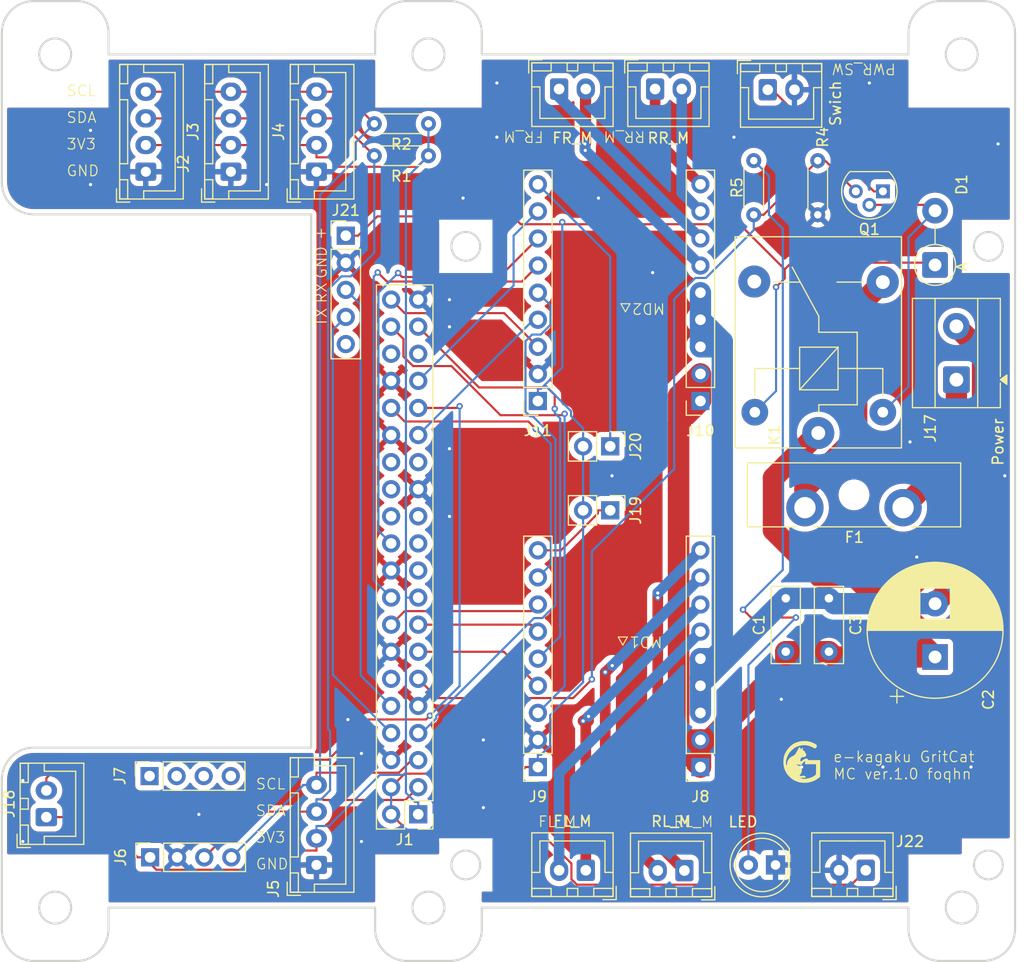
<source format=kicad_pcb>
(kicad_pcb (version 20241229) (generator "pcbnew") (generator_version "9.0")
  (layers (0 "F.Cu" signal) (2 "B.Cu" signal) (13 "F.Paste" user) (15 "B.Paste" user) (5 "F.SilkS" user "F.Silkscreen") (7 "B.SilkS" user "B.Silkscreen") (1 "F.Mask" user) (3 "B.Mask" user) (25 "Edge.Cuts" user))
  (net 0 "")
  (net 1 "GND")
  (net 5 "Net-(D1-A)")
  (net 6 "RL_1")
  (net 7 "+5V")
  (net 8 "RR_PWM")
  (net 10 "FR_PWM")
  (net 13 "RR_2")
  (net 15 "RL_PWM")
  (net 16 "UART1_TX")
  (net 19 "SD_Swich")
  (net 20 "FR_1")
  (net 21 "FR_2")
  (net 22 "FL_1")
  (net 23 "+3.3V")
  (net 25 "FL_PWM")
  (net 26 "UART1_RX")
  (net 27 "FL_2")
  (net 28 "RL_2")
  (net 29 "SDA")
  (net 30 "SCL")
  (net 31 "RR_1")
  (net 32 "GNDPWR")
  (net 33 "/TB6612基盤/VM")
  (net 34 "/TB6612基盤/BO_1")
  (net 35 "/TB6612基盤/AO_2")
  (net 36 "/TB6612基盤/AO_1")
  (net 37 "/TB6612基盤/BO_2")
  (net 38 "/TB6612基盤/STBY")
  (net 39 "/TB6612基盤1/BO_1")
  (net 40 "/TB6612基盤1/AO_1")
  (net 41 "/TB6612基盤1/BO_2")
  (net 42 "/TB6612基盤1/AO_2")
  (net 43 "/TB6612基盤1/STBY")
  (net 44 "Net-(J16-Pin_1)")
  (net 45 "+12V")
  (net 51 "Net-(F1-Pad2)")
  (net 52 "Net-(D2-A)")
  (net 53 "Ext_Sw")
  (footprint "Resistor_THT:R_Axial_DIN0204_L3.6mm_D1.6mm_P5.08mm_Horizontal" (layer "F.Cu") (at 75.5 47 180)
    (property "Reference" "R2")
    (property "Value" "10k")
  )
  (footprint "Connector_PinSocket_2.54mm:PinSocket_1x04_P2.54mm_Vertical" (layer "F.Cu") (at 49.398 115.7854 90)
    (property "Reference" "J6")
    (property "Value" "Conn_01x04_Pin" (hide yes))
  )
  (footprint "TerminalBlock_MetzConnect:TerminalBlock_MetzConnect_Type055_RT01502HDWU_1x02_P5.00mm_Horizontal" (layer "F.Cu") (at 125 71 90)
    (property "Reference" "J17")
    (property "Value" "Power")
  )
  (footprint "Connector_JST:JST_XH_B2B-XH-A_1x02_P2.50mm_Vertical" (layer "F.Cu") (at 107.315 43.815)
    (property "Reference" "J16" (hide yes))
    (property "Value" "Swich")
  )
  (footprint "Diode_THT:D_DO-15_P5.08mm_Vertical_AnodeUp" (layer "F.Cu") (at 123 60.24 90)
    (property "Reference" "D1")
    (property "Value" "D")
  )
  (footprint "Relay_THT:Relay_SPDT_SANYOU_SRD_Series_Form_C" (layer "F.Cu") (at 112.05 76 90)
    (property "Reference" "K1")
    (property "Value" "SANYOU_SRD_Form_C")
  )
  (footprint "Connector_PinHeader_2.54mm:PinHeader_1x02_P2.54mm_Vertical" (layer "F.Cu") (at 92.54 83.25 -90)
    (property "Reference" "J19")
    (property "Value" "Conn_01x02_Pin")
  )
  (footprint "Connector_PinHeader_2.54mm:PinHeader_2x20_P2.54mm_Vertical" (layer "F.Cu") (at 74.54 111.75 180)
    (property "Reference" "J1")
    (property "Value" "Raspberry_Pi_4")
  )
  (footprint "Connector_JST:JST_XH_B4B-XH-A_1x04_P2.50mm_Vertical" (layer "F.Cu") (at 56.975 51.5 90)
    (property "Reference" "J3")
    (property "Value" "Conn_01x04_Pin")
  )
  (footprint "Fuse:Fuseholder_Blade_ATO_Littelfuse_Pudenz_2_Pin" (layer "F.Cu") (at 120 83 180)
    (property "Reference" "F1")
    (property "Value" "Fuse")
  )
  (footprint "Connector_PinHeader_2.54mm:PinHeader_1x05_P2.54mm_Vertical" (layer "F.Cu") (at 67.75 57.5)
    (property "Reference" "J21")
    (property "Value" "Conn_01x05_Pin")
  )
  (footprint "LED_THT:LED_D5.0mm" (layer "F.Cu") (at 108.04 116.5 180)
    (property "Reference" "D2" (hide yes))
    (property "Value" "LED")
  )
  (footprint "Capacitor_THT:CP_Radial_D12.5mm_P5.00mm" (layer "F.Cu") (at 123 97 90)
    (property "Reference" "C2")
    (property "Value" "100uF")
  )
  (footprint "Capacitor_THT:C_Disc_D7.0mm_W2.5mm_P5.00mm" (layer "F.Cu") (at 109 96.5 90)
    (property "Reference" "C1")
    (property "Value" "C")
  )
  (footprint "Library:gcat" (layer "F.Cu") (at 110.49 107.315)
    (property "Reference" "G***" (hide yes))
    (property "Value" "LOGO" (hide yes))
  )
  (footprint "Connector_PinSocket_2.54mm:PinSocket_1x09_P2.54mm_Vertical" (layer "F.Cu") (at 85.76 73 180)
    (property "Reference" "J11")
    (property "Value" "Conn_01x09_Pin")
  )
  (footprint "Resistor_THT:R_Axial_DIN0204_L3.6mm_D1.6mm_P5.08mm_Horizontal" (layer "F.Cu") (at 75.5 50 180)
    (property "Reference" "R1")
    (property "Value" "10k")
  )
  (footprint "Connector_JST:JST_XH_B2B-XH-A_1x02_P2.50mm_Vertical" (layer "F.Cu") (at 99.5 117.025 180)
    (property "Reference" "J14" (hide yes))
    (property "Value" "RL_M")
  )
  (footprint "Connector_JST:JST_XH_B4B-XH-A_1x04_P2.50mm_Vertical" (layer "F.Cu") (at 49 51.5 90)
    (property "Reference" "J2")
    (property "Value" "Conn_01x04_Pin")
  )
  (footprint "Connector_JST:JST_XH_B2B-XH-A_1x02_P2.50mm_Vertical" (layer "F.Cu") (at 87.75 43.75)
    (property "Reference" "J13" (hide yes))
    (property "Value" "FR_M")
  )
  (footprint "Connector_JST:JST_XH_B2B-XH-A_1x02_P2.50mm_Vertical" (layer "F.Cu") (at 39.6748 112.014 90)
    (property "Reference" "J18")
    (property "Value" "Conn_01x02_Pin")
  )
  (footprint "Connector_JST:JST_XH_B2B-XH-A_1x02_P2.50mm_Vertical" (layer "F.Cu") (at 116.5 117 180)
    (property "Reference" "J22")
    (property "Value" "Conn_01x02_Pin")
  )
  (footprint "Connector_JST:JST_XH_B2B-XH-A_1x02_P2.50mm_Vertical" (layer "F.Cu") (at 96.75 43.75)
    (property "Reference" "J15" (hide yes))
    (property "Value" "RR_M")
  )
  (footprint "Connector_JST:JST_XH_B4B-XH-A_1x04_P2.50mm_Vertical" (layer "F.Cu") (at 65 116.5 90)
    (property "Reference" "J5")
    (property "Value" "Conn_01x04_Pin")
  )
  (footprint "Connector_PinSocket_2.54mm:PinSocket_1x04_P2.54mm_Vertical" (layer "F.Cu") (at 49.3472 108.1654 90)
    (property "Reference" "J7")
    (property "Value" "Conn_01x04_Pin")
  )
  (footprint "Package_TO_SOT_THT:TO-92" (layer "F.Cu") (at 118.11 53.34 180)
    (property "Reference" "Q1")
    (property "Value" "NPN")
  )
  (footprint "Resistor_THT:R_Axial_DIN0204_L3.6mm_D1.6mm_P5.08mm_Horizontal" (layer "F.Cu") (at 106 55.54 90)
    (property "Reference" "R5")
    (property "Value" "200")
  )
  (footprint "Connector_JST:JST_XH_B2B-XH-A_1x02_P2.50mm_Vertical" (layer "F.Cu") (at 90.25 117 180)
    (property "Reference" "J12" (hide yes))
    (property "Value" "FL_M")
  )
  (footprint "Capacitor_THT:C_Disc_D7.0mm_W2.5mm_P5.00mm" (layer "F.Cu") (at 113.05 96.5 90)
    (property "Reference" "C3")
    (property "Value" "C")
  )
  (footprint "Connector_PinSocket_2.54mm:PinSocket_1x09_P2.54mm_Vertical" (layer "F.Cu") (at 101 107.32 180)
    (property "Reference" "J8")
    (property "Value" "Conn_01x09_Pin")
  )
  (footprint "Connector_PinSocket_2.54mm:PinSocket_1x09_P2.54mm_Vertical" (layer "F.Cu") (at 101 73 180)
    (property "Reference" "J10")
    (property "Value" "Conn_01x09_Pin")
  )
  (footprint "Connector_JST:JST_XH_B4B-XH-A_1x04_P2.50mm_Vertical" (layer "F.Cu") (at 65 51.5 90)
    (property "Reference" "J4")
    (property "Value" "Conn_01x04_Pin")
  )
  (footprint "Connector_PinSocket_2.54mm:PinSocket_1x09_P2.54mm_Vertical" (layer "F.Cu") (at 85.76 107.32 180)
    (property "Reference" "J9")
    (property "Value" "Conn_01x09_Pin")
  )
  (footprint "Connector_PinHeader_2.54mm:PinHeader_1x02_P2.54mm_Vertical" (layer "F.Cu") (at 92.54 77.25 -90)
    (property "Reference" "J20")
    (property "Value" "Conn_01x02_Pin")
  )
  (footprint "Resistor_THT:R_Axial_DIN0204_L3.6mm_D1.6mm_P5.08mm_Horizontal" (layer "F.Cu") (at 112 55.54 90)
    (property "Reference" "R4")
    (property "Value" "470")
  )
  (gr_circle (center 40.5 120.499999) (end 39 120.499999) (stroke (width 0.2)) (fill no) (layer "Edge.Cuts"))
  (gr_line (start 42.499999 35.499999) (end 38.500001 35.499999) (stroke (width 0.2)) (layer "Edge.Cuts"))
  (gr_line (start 38.500001 55.499999) (end 64.5 55.499999) (stroke (width 0.2)) (layer "Edge.Cuts"))
  (gr_line (start 80.5 40.499999) (end 80.5 38.5) (stroke (width 0.2)) (layer "Edge.Cuts"))
  (gr_line (start 45.5 122.499998) (end 45.5 120.499999) (stroke (width 0.2)) (layer "Edge.Cuts"))
  (gr_circle (center 125.500001 120.499999) (end 124.000001 120.499999) (stroke (width 0.2)) (fill no) (layer "Edge.Cuts"))
  (gr_arc (start 80.5 122.499998) (mid 79.62132 124.621319) (end 77.499998 125.499999) (stroke (width 0.2)) (layer "Edge.Cuts"))
  (gr_arc (start 120.5 38.5) (mid 121.37868 36.378679) (end 123.500001 35.499999) (stroke (width 0.2)) (layer "Edge.Cuts"))
  (gr_circle (center 79 116.499999) (end 77.65 116.499999) (stroke (width 0.2)) (fill no) (layer "Edge.Cuts"))
  (gr_line (start 70.5 40.499999) (end 45.5 40.499999) (stroke (width 0.2)) (layer "Edge.Cuts"))
  (gr_arc (start 35.5 38.5) (mid 36.37868 36.378679) (end 38.500001 35.499999) (stroke (width 0.2)) (layer "Edge.Cuts"))
  (gr_line (start 77.499999 35.499999) (end 73.500001 35.499999) (stroke (width 0.2)) (layer "Edge.Cuts"))
  (gr_line (start 80.5 122.499998) (end 80.5 120.499999) (stroke (width 0.2)) (layer "Edge.Cuts"))
  (gr_circle (center 125.5 40.499999) (end 124 40.499999) (stroke (width 0.2)) (fill no) (layer "Edge.Cuts"))
  (gr_line (start 123.500001 125.499999) (end 127.499999 125.499999) (stroke (width 0.2)) (layer "Edge.Cuts"))
  (gr_arc (start 42.499999 35.499999) (mid 44.62132 36.378679) (end 45.5 38.5) (stroke (width 0.2)) (layer "Edge.Cuts"))
  (gr_arc (start 35.5 108.5) (mid 36.37868 106.378679) (end 38.500001 105.499999) (stroke (width 0.2)) (layer "Edge.Cuts"))
  (gr_circle (center 79 58.499999) (end 77.65 58.499999) (stroke (width 0.2)) (fill no) (layer "Edge.Cuts"))
  (gr_line (start 120.5 38.5) (end 120.5 40.499999) (stroke (width 0.2)) (layer "Edge.Cuts"))
  (gr_arc (start 38.500001 125.499999) (mid 36.37868 124.621319) (end 35.5 122.499998) (stroke (width 0.2)) (layer "Edge.Cuts"))
  (gr_line (start 64.5 105.499999) (end 38.500001 105.499999) (stroke (width 0.2)) (layer "Edge.Cuts"))
  (gr_circle (center 128 116.499999) (end 126.65 116.499999) (stroke (width 0.2)) (fill no) (layer "Edge.Cuts"))
  (gr_circle (center 75.5 40.499999) (end 74 40.499999) (stroke (width 0.2)) (fill no) (layer "Edge.Cuts"))
  (gr_line (start 130.5 122.499998) (end 130.5 38.5) (stroke (width 0.2)) (layer "Edge.Cuts"))
  (gr_line (start 73.500001 125.499999) (end 77.499998 125.499999) (stroke (width 0.2)) (layer "Edge.Cuts"))
  (gr_arc (start 70.5 38.5) (mid 71.37868 36.378679) (end 73.500001 35.499999) (stroke (width 0.2)) (layer "Edge.Cuts"))
  (gr_line (start 45.5 120.499999) (end 70.5 120.499999) (stroke (width 0.2)) (layer "Edge.Cuts"))
  (gr_line (start 120.5 120.499999) (end 120.5 122.499998) (stroke (width 0.2)) (layer "Edge.Cuts"))
  (gr_arc (start 77.499999 35.499999) (mid 79.62132 36.378679) (end 80.5 38.5) (stroke (width 0.2)) (layer "Edge.Cuts"))
  (gr_line (start 70.5 38.5) (end 70.5 40.499999) (stroke (width 0.2)) (layer "Edge.Cuts"))
  (gr_line (start 127.499999 35.499999) (end 123.500001 35.499999) (stroke (width 0.2)) (layer "Edge.Cuts"))
  (gr_line (start 35.5 108.5) (end 35.5 122.499998) (stroke (width 0.2)) (layer "Edge.Cuts"))
  (gr_line (start 35.5 38.5) (end 35.5 52.499998) (stroke (width 0.2)) (layer "Edge.Cuts"))
  (gr_arc (start 123.500001 125.499999) (mid 121.37868 124.621319) (end 120.5 122.499998) (stroke (width 0.2)) (layer "Edge.Cuts"))
  (gr_line (start 80.5 120.499999) (end 120.5 120.499999) (stroke (width 0.2)) (layer "Edge.Cuts"))
  (gr_arc (start 73.500001 125.499999) (mid 71.37868 124.621319) (end 70.5 122.499998) (stroke (width 0.2)) (layer "Edge.Cuts"))
  (gr_line (start 64.5 55.499999) (end 64.5 105.499999) (stroke (width 0.2)) (layer "Edge.Cuts"))
  (gr_arc (start 45.5 122.499998) (mid 44.62132 124.621319) (end 42.499998 125.499999) (stroke (width 0.2)) (layer "Edge.Cuts"))
  (gr_arc (start 38.500001 55.499999) (mid 36.37868 54.621319) (end 35.5 52.499998) (stroke (width 0.2)) (layer "Edge.Cuts"))
  (gr_arc (start 127.499999 35.499999) (mid 129.62132 36.378679) (end 130.5 38.5) (stroke (width 0.2)) (layer "Edge.Cuts"))
  (gr_line (start 70.5 120.499999) (end 70.5 122.499998) (stroke (width 0.2)) (layer "Edge.Cuts"))
  (gr_line (start 45.5 40.499999) (end 45.5 38.5) (stroke (width 0.2)) (layer "Edge.Cuts"))
  (gr_line (start 38.500001 125.499999) (end 42.499998 125.499999) (stroke (width 0.2)) (layer "Edge.Cuts"))
  (gr_circle (center 75.5 120.499999) (end 74 120.499999) (stroke (width 0.2)) (fill no) (layer "Edge.Cuts"))
  (gr_circle (center 40.5 40.499998) (end 39 40.499998) (stroke (width 0.2)) (fill no) (layer "Edge.Cuts"))
  (gr_arc (start 130.5 122.499998) (mid 129.62132 124.621319) (end 127.499999 125.499999) (stroke (width 0.2)) (layer "Edge.Cuts"))
  (gr_line (start 120.5 40.499999) (end 80.5 40.499999) (stroke (width 0.2)) (layer "Edge.Cuts"))
  (gr_circle (center 128 58.499999) (end 126.65 58.499999) (stroke (width 0.2)) (fill no) (layer "Edge.Cuts"))
  (gr_text "FL_M" (at 85.725 113.03 0) (layer "F.SilkS") (effects (font (size 1 1) (thickness 0.1)) (justify left bottom)))
  (gr_text "MD2△" (at 97.75 63.75 180) (layer "F.SilkS") (effects (font (size 1 1) (thickness 0.1)) (justify left bottom)))
  (gr_text "RR_M" (at 95.885 47.625 180) (layer "F.SilkS") (effects (font (size 1 1) (thickness 0.1)) (justify left bottom)))
  (gr_text "GND" (at 59.25 117 0) (layer "F.SilkS") (effects (font (size 1 1) (thickness 0.1)) (justify left bottom)))
  (gr_text "3V3" (at 41.5 49.5 0) (layer "F.SilkS") (effects (font (size 1 1) (thickness 0.1)) (justify left bottom)))
  (gr_text "SCL" (at 59.25 109.5 0) (layer "F.SilkS") (effects (font (size 1 1) (thickness 0.1)) (justify left bottom)))
  (gr_text "SCL" (at 41.5 44.5 0) (layer "F.SilkS") (effects (font (size 1 1) (thickness 0.1)) (justify left bottom)))
  (gr_text "SDA" (at 59.25 112 0) (layer "F.SilkS") (effects (font (size 1 1) (thickness 0.1)) (justify left bottom)))
  (gr_text "+" (at 64.77 57.785 0) (layer "F.SilkS") (effects (font (size 1 1) (thickness 0.1)) (justify left bottom)))
  (gr_text "GND" (at 41.5 52 0) (layer "F.SilkS") (effects (font (size 1 1) (thickness 0.1)) (justify left bottom)))
  (gr_text "GND" (at 66.04 61.595 90) (layer "F.SilkS") (effects (font (size 1 1) (thickness 0.1)) (justify left bottom)))
  (gr_text "FR_M" (at 86.36 47.625 180) (layer "F.SilkS") (effects (font (size 1 1) (thickness 0.1)) (justify left bottom)))
  (gr_text "RX" (at 66.04 63.905 90) (layer "F.SilkS") (effects (font (size 1 1) (thickness 0.1)) (justify left bottom)))
  (gr_text "MD1△" (at 97.5 95 180) (layer "F.SilkS") (effects (font (size 1 1) (thickness 0.1)) (justify left bottom)))
  (gr_text "RL_M" (at 98.425 113.03 0) (layer "F.SilkS") (effects (font (size 1 1) (thickness 0.1)) (justify left bottom)))
  (gr_text "3V3" (at 59.25 114.5 0) (layer "F.SilkS") (effects (font (size 1 1) (thickness 0.1)) (justify left bottom)))
  (gr_text "PWR_SW" (at 119.38 41.275 180) (layer "F.SilkS") (effects (font (size 1 1) (thickness 0.1)) (justify left bottom)))
  (gr_text "SDA" (at 41.5 47 0) (layer "F.SilkS") (effects (font (size 1 1) (thickness 0.1)) (justify left bottom)))
  (gr_text "TX" (at 66.04 66.04 90) (layer "F.SilkS") (effects (font (size 1 1) (thickness 0.1)) (justify left bottom)))
  (gr_text_box "e-kagaku GritCat\nMC ver.1.0 foqhn" (start 112.395 104.775) (end 128.27 108.585) (margins 1.0025 1.0025 1.0025 1.0025) (layer "F.SilkS") (effects (font (size 1 1) (thickness 0.1)) (justify left top)) (border no))
  (via (at 81.915 48.26) (size 0.5) (drill 0.3) (layers "F.Cu" "B.Cu") (net 1))
  (via (at 126.365 107.315) (size 0.5) (drill 0.3) (layers "F.Cu" "B.Cu") (net 1))
  (via (at 77.47 66.04) (size 0.5) (drill 0.3) (layers "F.Cu" "B.Cu") (net 1))
  (via (at 78.74 53.975) (size 0.5) (drill 0.3) (layers "F.Cu" "B.Cu") (net 1))
  (via (at 81.915 43.18) (size 0.5) (drill 0.3) (layers "F.Cu" "B.Cu") (net 1))
  (via (at 118.11 107.315) (size 0.5) (drill 0.3) (layers "F.Cu" "B.Cu") (net 1))
  (via (at 43.815 52.705) (size 0.5) (drill 0.3) (layers "F.Cu" "B.Cu") (net 1))
  (via (at 77.47 83.82) (size 0.5) (drill 0.3) (layers "F.Cu" "B.Cu") (net 1))
  (via (at 77.47 77.47) (size 0.5) (drill 0.3) (layers "F.Cu" "B.Cu") (net 1))
  (via (at 121.285 87.63) (size 0.5) (drill 0.3) (layers "F.Cu" "B.Cu") (net 1))
  (via (at 108.585 100.965) (size 0.5) (drill 0.3) (layers "F.Cu" "B.Cu") (net 1))
  (via (at 116.84 43.18) (size 0.5) (drill 0.3) (layers "F.Cu" "B.Cu") (net 1))
  (via (at 80.645 104.775) (size 0.5) (drill 0.3) (layers "F.Cu" "B.Cu") (net 1))
  (via (at 60.325 52.705) (size 0.5) (drill 0.3) (layers "F.Cu" "B.Cu") (net 1))
  (via (at 91.44 53.975) (size 0.5) (drill 0.3) (layers "F.Cu" "B.Cu") (net 1))
  (via (at 69.215 114.3) (size 0.5) (drill 0.3) (layers "F.Cu" "B.Cu") (net 1))
  (via (at 110.49 107.315) (size 0.5) (drill 0.3) (layers "F.Cu" "B.Cu") (net 1))
  (via (at 53.975 111.76) (size 0.5) (drill 0.3) (layers "F.Cu" "B.Cu") (net 1))
  (via (at 128.905 48.895) (size 0.5) (drill 0.3) (layers "F.Cu" "B.Cu") (net 1))
  (via (at 129.54 80.01) (size 0.5) (drill 0.3) (layers "F.Cu" "B.Cu") (net 1))
  (via (at 77.47 63.5) (size 0.5) (drill 0.3) (layers "F.Cu" "B.Cu") (net 1))
  (via (at 69.215 106.045) (size 0.5) (drill 0.3) (layers "F.Cu" "B.Cu") (net 1))
  (via (at 67.945 102.87) (size 0.5) (drill 0.3) (layers "F.Cu" "B.Cu") (net 1))
  (via (at 92.71 80.01) (size 0.5) (drill 0.3) (layers "F.Cu" "B.Cu") (net 1))
  (via (at 80.645 111.125) (size 0.5) (drill 0.3) (layers "F.Cu" "B.Cu") (net 1))
  (via (at 43.815 47.625) (size 0.5) (drill 0.3) (layers "F.Cu" "B.Cu") (net 1))
  (via (at 104.14 48.26) (size 0.5) (drill 0.3) (layers "F.Cu" "B.Cu") (net 1))
  (via (at 37.465 114.3) (size 0.5) (drill 0.3) (layers "F.Cu" "B.Cu") (net 1))
  (via (at 96.52 60.96) (size 0.5) (drill 0.3) (layers "F.Cu" "B.Cu") (net 1))
  (via (at 120.65 76.835) (size 0.5) (drill 0.3) (layers "F.Cu" "B.Cu") (net 1))
  (via (at 37.465 108.585) (size 0.5) (drill 0.3) (layers "F.Cu" "B.Cu") (net 1))
  (segment (start 116.84 54.61) (end 122.45 54.61) (width 0.2) (layer "F.Cu") (net 5))
  (segment (start 122.45 54.61) (end 123 55.16) (width 0.2) (layer "F.Cu") (net 5))
  (segment (start 120.5107 71.6393) (end 120.5107 57.6493) (width 0.2) (layer "B.Cu") (net 5))
  (segment (start 118.1 74.05) (end 120.5107 71.6393) (width 0.2) (layer "B.Cu") (net 5))
  (segment (start 120.5107 57.6493) (end 123 55.16) (width 0.2) (layer "B.Cu") (net 5))
  (segment (start 74.54 66.03) (end 80.2401 71.7301) (width 0.2) (layer "F.Cu") (net 6))
  (segment (start 86.6438 71.7301) (end 87.3378 72.4241) (width 0.2) (layer "F.Cu") (net 6))
  (segment (start 80.2401 71.7301) (end 86.6438 71.7301) (width 0.2) (layer "F.Cu") (net 6))
  (segment (start 87.3378 72.4241) (end 87.3378 73.7278) (width 0.2) (layer "F.Cu") (net 6))
  (via (at 87.3378 73.7278) (size 0.6) (drill 0.3) (layers "F.Cu" "B.Cu") (net 6))
  (segment (start 87.3378 73.7278) (end 87.3378 74.1204) (width 0.2) (layer "B.Cu") (net 6))
  (segment (start 87.8459 74.6285) (end 87.8459 95.0741) (width 0.2) (layer "B.Cu") (net 6))
  (segment (start 87.8459 95.0741) (end 85.76 97.16) (width 0.2) (layer "B.Cu") (net 6))
  (segment (start 87.3378 74.1204) (end 87.8459 74.6285) (width 0.2) (layer "B.Cu") (net 6))
  (segment (start 73.27 107.94) (end 83.9883 107.94) (width 0.2) (layer "F.Cu") (net 7))
  (segment (start 123 60.24) (end 122.7871 60.0271) (width 0.2) (layer "F.Cu") (net 7))
  (segment (start 83.4129 55.6865) (end 84.1504 56.424) (width 0.2) (layer "F.Cu") (net 7))
  (segment (start 108.9056 61.5039) (end 108.0915 62.318) (width 0.2) (layer "F.Cu") (net 7))
  (segment (start 88.0481 56.424) (end 88.0481 56.226) (width 0.2) (layer "F.Cu") (net 7))
  (segment (start 83.9883 107.94) (end 84.6083 107.32) (width 0.2) (layer "F.Cu") (net 7))
  (segment (start 115.1503 118.3497) (end 89.4156 118.3497) (width 0.2) (layer "F.Cu") (net 7))
  (segment (start 72 109.21) (end 73.27 107.94) (width 0.2) (layer "F.Cu") (net 7))
  (segment (start 68.9017 57.5) (end 70.7152 55.6865) (width 0.2) (layer "F.Cu") (net 7))
  (segment (start 108.9056 60.6539) (end 108.9056 61.5039) (width 0.2) (layer "F.Cu") (net 7))
  (segment (start 73.9483 113.6983) (end 72 111.75) (width 0.2) (layer "F.Cu") (net 7))
  (segment (start 70.7152 55.6865) (end 83.4129 55.6865) (width 0.2) (layer "F.Cu") (net 7))
  (segment (start 116.5 117) (end 115.1503 118.3497) (width 0.2) (layer "F.Cu") (net 7))
  (segment (start 104.6757 56.424) (end 88.0481 56.424) (width 0.2) (layer "F.Cu") (net 7))
  (segment (start 67.75 57.5) (end 68.9017 57.5) (width 0.2) (layer "F.Cu") (net 7))
  (segment (start 86.2351 113.6983) (end 73.9483 113.6983) (width 0.2) (layer "F.Cu") (net 7))
  (segment (start 122.7871 60.0271) (end 109.5324 60.0271) (width 0.2) (layer "F.Cu") (net 7))
  (segment (start 108.9056 60.6539) (end 104.6757 56.424) (width 0.2) (layer "F.Cu") (net 7))
  (segment (start 88.9043 116.3675) (end 86.2351 113.6983) (width 0.2) (layer "F.Cu") (net 7))
  (segment (start 84.1504 56.424) (end 88.0481 56.424) (width 0.2) (layer "F.Cu") (net 7))
  (segment (start 85.76 107.32) (end 84.6083 107.32) (width 0.2) (layer "F.Cu") (net 7))
  (segment (start 88.9043 117.8384) (end 88.9043 116.3675) (width 0.2) (layer "F.Cu") (net 7))
  (segment (start 89.4156 118.3497) (end 88.9043 117.8384) (width 0.2) (layer "F.Cu") (net 7))
  (segment (start 109.5324 60.0271) (end 108.9056 60.6539) (width 0.2) (layer "F.Cu") (net 7))
  (via (at 88.0481 56.226) (size 0.6) (drill 0.3) (layers "F.Cu" "B.Cu") (net 7))
  (via (at 108.0915 62.318) (size 0.6) (drill 0.3) (layers "F.Cu" "B.Cu") (net 7))
  (segment (start 88.0481 69.8481) (end 86.4077 71.4885) (width 0.2) (layer "B.Cu") (net 7))
  (segment (start 85.76 73) (end 85.76 71.8483) (width 0.2) (layer "B.Cu") (net 7))
  (segment (start 86.0479 71.8483) (end 85.76 71.8483) (width 0.2) (layer "B.Cu") (net 7))
  (segment (start 88.8676 73.9485) (end 86.4077 71.4885) (width 0.2) (layer "B.Cu") (net 7))
  (segment (start 85.76 106.1683) (end 86.048 106.1683) (width 0.2) (layer "B.Cu") (net 7))
  (segment (start 72 109.21) (end 72 111.75) (width 0.2) (layer "B.Cu") (net 7))
  (segment (start 86.9117 102.4567) (end 90 99.3684) (width 0.2) (layer "B.Cu") (net 7))
  (segment (start 88.8676 74.4083) (end 88.8676 73.9485) (width 0.2) (layer "B.Cu") (net 7))
  (segment (start 86.9117 105.3046) (end 86.9117 102.4567) (width 0.2) (layer "B.Cu") (net 7))
  (segment (start 108.0915 62.318) (end 108.0915 72.0585) (width 0.2) (layer "B.Cu") (net 7))
  (segment (start 108.0915 72.0585) (end 106.1 74.05) (width 0.2) (layer "B.Cu") (net 7))
  (segment (start 88.0481 56.226) (end 88.0481 69.8481) (width 0.2) (layer "B.Cu") (net 7))
  (segment (start 86.048 106.1683) (end 86.9117 105.3046) (width 0.2) (layer "B.Cu") (net 7))
  (segment (start 90 75.5407) (end 88.8676 74.4083) (width 0.2) (layer "B.Cu") (net 7))
  (segment (start 90 77.25) (end 90 75.5407) (width 0.2) (layer "B.Cu") (net 7))
  (segment (start 90 77.25) (end 90 83.25) (width 0.2) (layer "B.Cu") (net 7))
  (segment (start 85.76 107.32) (end 85.76 106.1683) (width 0.2) (layer "B.Cu") (net 7))
  (segment (start 90 99.3684) (end 90 83.25) (width 0.2) (layer "B.Cu") (net 7))
  (segment (start 86.4077 71.4885) (end 86.0479 71.8483) (width 0.2) (layer "B.Cu") (net 7))
  (segment (start 82.6 64.76) (end 85.76 67.92) (width 0.2) (layer "F.Cu") (net 8))
  (segment (start 72 63.49) (end 73.27 64.76) (width 0.2) (layer "F.Cu") (net 8))
  (segment (start 73.27 64.76) (end 82.6 64.76) (width 0.2) (layer "F.Cu") (net 8))
  (segment (start 83.4818 57.4982) (end 83.4818 62.1682) (width 0.2) (layer "B.Cu") (net 10))
  (segment (start 85.76 55.22) (end 83.4818 57.4982) (width 0.2) (layer "B.Cu") (net 10))
  (segment (start 83.4818 62.1682) (end 74.54 71.11) (width 0.2) (layer "B.Cu") (net 10))
  (segment (start 85.35 65.38) (end 74.54 76.19) (width 0.2) (layer "B.Cu") (net 13))
  (segment (start 85.76 65.38) (end 85.35 65.38) (width 0.2) (layer "B.Cu") (net 13))
  (segment (start 88.134 74.3296) (end 88.2659 74.1977) (width 0.2) (layer "F.Cu") (net 15))
  (segment (start 82.2512 74.3296) (end 88.134 74.3296) (width 0.2) (layer "F.Cu") (net 15))
  (segment (start 73.1517 67.1817) (end 73.1517 68.8199) (width 0.2) (layer "F.Cu") (net 15))
  (segment (start 72 66.03) (end 73.1517 67.1817) (width 0.2) (layer "F.Cu") (net 15))
  (segment (start 77.6433 69.7217) (end 82.2512 74.3296) (width 0.2) (layer "F.Cu") (net 15))
  (segment (start 73.1517 68.8199) (end 74.0535 69.7217) (width 0.2) (layer "F.Cu") (net 15))
  (segment (start 74.0535 69.7217) (end 77.6433 69.7217) (width 0.2) (layer "F.Cu") (net 15))
  (via (at 88.2659 74.1977) (size 0.6) (drill 0.3) (layers "F.Cu" "B.Cu") (net 15))
  (segment (start 88.2659 99.7341) (end 85.76 102.24) (width 0.2) (layer "B.Cu") (net 15))
  (segment (start 88.2659 74.1977) (end 88.2659 99.7341) (width 0.2) (layer "B.Cu") (net 15))
  (segment (start 66.5339 66.3361) (end 67.75 65.12) (width 0.2) (layer "B.Cu") (net 16))
  (segment (start 72 104.13) (end 66.5339 98.6639) (width 0.2) (layer "B.Cu") (net 16))
  (segment (start 66.5339 98.6639) (end 66.5339 66.3361) (width 0.2) (layer "B.Cu") (net 16))
  (segment (start 106.92 55.54) (end 106 55.54) (width 0.2) (layer "F.Cu") (net 19))
  (segment (start 74.54 99.05) (end 76.3429 100.8529) (width 0.2) (layer "F.Cu") (net 19))
  (segment (start 112.69 50.46) (end 112 50.46) (width 0.2) (layer "F.Cu") (net 19))
  (segment (start 112 50.46) (end 112 51.114918) (width 0.2) (layer "F.Cu") (net 19))
  (segment (start 89.0662 100.8529) (end 90.8227 99.0964) (width 0.2) (layer "F.Cu") (net 19))
  (segment (start 76.3429 100.8529) (end 89.0662 100.8529) (width 0.2) (layer "F.Cu") (net 19))
  (segment (start 112 50.46) (end 106.92 55.54) (width 0.2) (layer "F.Cu") (net 19))
  (segment (start 115.57 53.34) (end 112.69 50.46) (width 0.2) (layer "F.Cu") (net 19))
  (via (at 90.8227 99.0964) (size 0.6) (drill 0.3) (layers "F.Cu" "B.Cu") (net 19))
  (segment (start 98.538 79.3787) (end 98.538 63.4426) (width 0.2) (layer "B.Cu") (net 19))
  (segment (start 90.8227 99.0964) (end 90.8227 87.094) (width 0.2) (layer "B.Cu") (net 19))
  (segment (start 101.5096 61.464) (end 106 56.9736) (width 0.2) (layer "B.Cu") (net 19))
  (segment (start 90.8227 87.094) (end 98.538 79.3787) (width 0.2) (layer "B.Cu") (net 19))
  (segment (start 100.5166 61.464) (end 101.5096 61.464) (width 0.2) (layer "B.Cu") (net 19))
  (segment (start 98.538 63.4426) (end 100.5166 61.464) (width 0.2) (layer "B.Cu") (net 19))
  (segment (start 106 56.9736) (end 106 55.54) (width 0.2) (layer "B.Cu") (net 19))
  (segment (start 85.76 60.3) (end 84.2633 61.7967) (width 0.2) (layer "F.Cu") (net 20))
  (segment (start 84.2633 61.7967) (end 71.597 61.7967) (width 0.2) (layer "F.Cu") (net 20))
  (segment (start 71.597 61.7967) (end 70.7445 60.9442) (width 0.2) (layer "F.Cu") (net 20))
  (via (at 70.7445 60.9442) (size 0.6) (drill 0.3) (layers "F.Cu" "B.Cu") (net 20))
  (segment (start 70.3682 89.7982) (end 72 91.43) (width 0.2) (layer "B.Cu") (net 20))
  (segment (start 70.3682 61.3205) (end 70.3682 89.7982) (width 0.2) (layer "B.Cu") (net 20))
  (segment (start 70.7445 60.9442) (end 70.3682 61.3205) (width 0.2) (layer "B.Cu") (net 20))
  (segment (start 82.1484 61.3716) (end 85.76 57.76) (width 0.2) (layer "F.Cu") (net 21))
  (segment (start 73.0284 61.3716) (end 82.1484 61.3716) (width 0.2) (layer "F.Cu") (net 21))
  (segment (start 72.6524 60.9956) (end 73.0284 61.3716) (width 0.2) (layer "F.Cu") (net 21))
  (via (at 72.6524 60.9956) (size 0.6) (drill 0.3) (layers "F.Cu" "B.Cu") (net 21))
  (segment (start 72 86.35) (end 70.8067 85.1567) (width 0.2) (layer "B.Cu") (net 21))
  (segment (start 70.8067 62.8413) (end 72.6524 60.9956) (width 0.2) (layer "B.Cu") (net 21))
  (segment (start 70.8067 85.1567) (end 70.8067 62.8413) (width 0.2) (layer "B.Cu") (net 21))
  (segment (start 74.54 93.97) (end 85.11 93.97) (width 0.2) (layer "F.Cu") (net 22))
  (segment (start 85.11 93.97) (end 85.76 94.62) (width 0.2) (layer "F.Cu") (net 22))
  (segment (start 65 114) (end 65 115.1517) (width 0.2) (layer "F.Cu") (net 23))
  (segment (start 44.4749 112.014) (end 48.2463 115.7854) (width 0.2) (layer "F.Cu") (net 23))
  (segment (start 56.975 49) (end 65 49) (width 0.2) (layer "F.Cu") (net 23))
  (segment (start 65 49) (end 65 50.1517) (width 0.2) (layer "F.Cu") (net 23))
  (segment (start 39.6748 112.014) (end 44.4749 112.014) (width 0.2) (layer "F.Cu") (net 23))
  (segment (start 74.4634 51.0366) (end 67.0366 51.0366) (width 0.2) (layer "F.Cu") (net 23))
  (segment (start 67.0366 51.0366) (end 66.1517 50.1517) (width 0.2) (layer "F.Cu") (net 23))
  (segment (start 63.8483 115.1517) (end 65 115.1517) (width 0.2) (layer "F.Cu") (net 23))
  (segment (start 56.975 49) (end 49 49) (width 0.2) (layer "F.Cu") (net 23))
  (segment (start 49.398 115.7854) (end 48.8222 115.7854) (width 0.2) (layer "F.Cu") (net 23))
  (segment (start 62.0497 116.9503) (end 63.8483 115.1517) (width 0.2) (layer "F.Cu") (net 23))
  (segment (start 75.5 50) (end 74.4634 51.0366) (width 0.2) (layer "F.Cu") (net 23))
  (segment (start 48.8222 115.7854) (end 48.2463 115.7854) (width 0.2) (layer "F.Cu") (net 23))
  (segment (start 49.9871 116.9503) (end 62.0497 116.9503) (width 0.2) (layer "F.Cu") (net 23))
  (segment (start 66.1517 50.1517) (end 65 50.1517) (width 0.2) (layer "F.Cu") (net 23))
  (segment (start 48.8222 115.7854) (end 49.9871 116.9503) (width 0.2) (layer "F.Cu") (net 23))
  (segment (start 75.5 50) (end 73.3883 52.1117) (width 0.2) (layer "B.Cu") (net 23))
  (segment (start 73.3883 109.7346) (end 74.252 110.5983) (width 0.2) (layer "B.Cu") (net 23))
  (segment (start 66.1517 112.8483) (end 65 112.8483) (width 0.2) (layer "B.Cu") (net 23))
  (segment (start 73.3883 108.0522) (end 70.9478 108.0522) (width 0.2) (layer "B.Cu") (net 23))
  (segment (start 74.252 110.5983) (end 74.54 110.5983) (width 0.2) (layer "B.Cu") (net 23))
  (segment (start 74.54 111.75) (end 74.54 110.5983) (width 0.2) (layer "B.Cu") (net 23))
  (segment (start 70.9478 108.0522) (end 66.1517 112.8483) (width 0.2) (layer "B.Cu") (net 23))
  (segment (start 75.5 47) (end 75.5 50) (width 0.2) (layer "B.Cu") (net 23))
  (segment (start 73.3883 52.1117) (end 73.3883 91.43) (width 0.2) (layer "B.Cu") (net 23))
  (segment (start 73.3883 108.0522) (end 73.3883 109.7346) (width 0.2) (layer "B.Cu") (net 23))
  (segment (start 74.54 91.43) (end 73.3883 91.43) (width 0.2) (layer "B.Cu") (net 23))
  (segment (start 73.3883 91.43) (end 73.3883 108.0522) (width 0.2) (layer "B.Cu") (net 23))
  (segment (start 65 114) (end 65 112.8483) (width 0.2) (layer "B.Cu") (net 23))
  (segment (start 73.27 74.92) (end 72 73.65) (width 0.2) (layer "F.Cu") (net 25))
  (segment (start 85.5667 75.623) (end 84.8637 74.92) (width 0.2) (layer "F.Cu") (net 25))
  (segment (start 84.8637 74.92) (end 73.27 74.92) (width 0.2) (layer "F.Cu") (net 25))
  (via (at 85.5667 75.623) (size 0.6) (drill 0.3) (layers "F.Cu" "B.Cu") (net 25))
  (segment (start 86.9725 88.3275) (end 85.76 89.54) (width 0.2) (layer "B.Cu") (net 25))
  (segment (start 86.9725 77.0288) (end 86.9725 88.3275) (width 0.2) (layer "B.Cu") (net 25))
  (segment (start 85.5667 75.623) (end 86.9725 77.0288) (width 0.2) (layer "B.Cu") (net 25))
  (segment (start 69.1398 63.9698) (end 67.75 62.58) (width 0.2) (layer "B.Cu") (net 26))
  (segment (start 72 101.59) (end 69.1398 98.7298) (width 0.2) (layer "B.Cu") (net 26))
  (segment (start 69.1398 98.7298) (end 69.1398 63.9698) (width 0.2) (layer "B.Cu") (net 26))
  (segment (start 73.27 92.7) (end 85.14 92.7) (width 0.2) (layer "F.Cu") (net 27))
  (segment (start 85.14 92.7) (end 85.76 92.08) (width 0.2) (layer "F.Cu") (net 27))
  (segment (start 72 93.97) (end 73.27 92.7) (width 0.2) (layer "F.Cu") (net 27))
  (segment (start 85.76 99.7) (end 82.57 96.51) (width 0.2) (layer "F.Cu") (net 28))
  (segment (start 82.57 96.51) (end 74.54 96.51) (width 0.2) (layer "F.Cu") (net 28))
  (segment (start 58.7634 111.5) (end 65 111.5) (width 0.2) (layer "F.Cu") (net 29))
  (segment (start 66.92 46.5) (end 65 46.5) (width 0.2) (layer "F.Cu") (net 29))
  (segment (start 65 110.3483) (end 65.6021 110.3483) (width 0.2) (layer "F.Cu") (net 29))
  (segment (start 65 111.5) (end 65 110.3483) (width 0.2) (layer "F.Cu") (net 29))
  (segment (start 56.975 46.5) (end 49 46.5) (width 0.2) (layer "F.Cu") (net 29))
  (segment (start 54.478 115.7854) (end 58.7634 111.5) (width 0.2) (layer "F.Cu") (net 29))
  (segment (start 70.42 50) (end 66.92 46.5) (width 0.2) (layer "F.Cu") (net 29))
  (segment (start 65.6603 110.4065) (end 73.3435 110.4065) (width 0.2) (layer "F.Cu") (net 29))
  (segment (start 65.6021 110.3483) (end 65.6603 110.4065) (width 0.2) (layer "F.Cu") (net 29))
  (segment (start 73.3435 110.4065) (end 74.54 109.21) (width 0.2) (layer "F.Cu") (net 29))
  (segment (start 56.975 46.5) (end 65 46.5) (width 0.2) (layer "F.Cu") (net 29))
  (segment (start 65 111.5) (end 65 110.3483) (width 0.2) (layer "B.Cu") (net 29))
  (segment (start 66.2767 103.9491) (end 66.0837 103.7561) (width 0.2) (layer "B.Cu") (net 29))
  (segment (start 66.0837 103.7561) (end 66.0837 62.5698) (width 0.2) (layer "B.Cu") (net 29))
  (segment (start 65.4319 110.3483) (end 66.2767 109.5035) (width 0.2) (layer "B.Cu") (net 29))
  (segment (start 66.2767 109.5035) (end 66.2767 103.9491) (width 0.2) (layer "B.Cu") (net 29))
  (segment (start 66.0837 62.5698) (end 67.3435 61.31) (width 0.2) (layer "B.Cu") (net 29))
  (segment (start 65 110.3483) (end 65.4319 110.3483) (width 0.2) (layer "B.Cu") (net 29))
  (segment (start 67.3435 61.31) (end 68.2139 61.31) (width 0.2) (layer "B.Cu") (net 29))
  (segment (start 70.42 59.1039) (end 70.42 50) (width 0.2) (layer "B.Cu") (net 29))
  (segment (start 68.2139 61.31) (end 70.42 59.1039) (width 0.2) (layer "B.Cu") (net 29))
  (segment (start 73.9116 106.67) (end 74.54 106.67) (width 0.2) (layer "F.Cu") (net 30))
  (segment (start 72.7333 107.8483) (end 73.9116 106.67) (width 0.2) (layer "F.Cu") (net 30))
  (segment (start 65 44) (end 56.975 44) (width 0.2) (layer "F.Cu") (net 30))
  (segment (start 49 44) (end 56.975 44) (width 0.2) (layer "F.Cu") (net 30))
  (segment (start 70.42 47) (end 67.42 44) (width 0.2) (layer "F.Cu") (net 30))
  (segment (start 65 109) (end 65 107.8483) (width 0.2) (layer "F.Cu") (net 30))
  (segment (start 65 107.8483) (end 72.7333 107.8483) (width 0.2) (layer "F.Cu") (net 30))
  (segment (start 67.42 44) (end 65 44) (width 0.2) (layer "F.Cu") (net 30))
  (segment (start 65.3305 53.6751) (end 68.6841 50.3215) (width 0.2) (layer "B.Cu") (net 30))
  (segment (start 63.7233 109.0801) (end 63.7233 109) (width 0.2) (layer "B.Cu") (net 30))
  (segment (start 68.6841 50.3215) (end 68.6841 48.7359) (width 0.2) (layer "B.Cu") (net 30))
  (segment (start 64.805 109) (end 65.3305 108.4745) (width 0.2) (layer "B.Cu") (net 30))
  (segment (start 65.3305 108.4745) (end 65.3305 53.6751) (width 0.2) (layer "B.Cu") (net 30))
  (segment (start 68.6841 48.7359) (end 70.42 47) (width 0.2) (layer "B.Cu") (net 30))
  (segment (start 64.805 109) (end 63.7233 109) (width 0.2) (layer "B.Cu") (net 30))
  (segment (start 65 109) (end 64.805 109) (width 0.2) (layer "B.Cu") (net 30))
  (segment (start 57.018 115.7854) (end 63.7233 109.0801) (width 0.2) (layer "B.Cu") (net 30))
  (segment (start 87.403 76.557) (end 85.2909 74.4449) (width 0.2) (layer "B.Cu") (net 31))
  (segment (start 76.236 102.7552) (end 76.236 102.5143) (width 0.2) (layer "B.Cu") (net 31))
  (segment (start 76.236 102.5143) (end 85.4003 93.35) (width 0.2) (layer "B.Cu") (net 31))
  (segment (start 85.2909 74.4449) (end 85.042 74.4449) (width 0.2) (layer "B.Cu") (net 31))
  (segment (start 84.6018 74.0047) (end 84.6018 67.3919) (width 0.2) (layer "B.Cu") (net 31))
  (segment (start 86.0238 66.7683) (end 86.9388 65.8533) (width 0.2) (layer "B.Cu") (net 31))
  (segment (start 84.6018 67.3919) (end 85.2254 66.7683) (width 0.2) (layer "B.Cu") (net 31))
  (segment (start 74.8612 104.13) (end 76.236 102.7552) (width 0.2) (layer "B.Cu") (net 31))
  (segment (start 85.2254 66.7683) (end 86.0238 66.7683) (width 0.2) (layer "B.Cu") (net 31))
  (segment (start 86.9388 65.8533) (end 86.9388 64.0188) (width 0.2) (layer "B.Cu") (net 31))
  (segment (start 86.9388 64.0188) (end 85.76 62.84) (width 0.2) (layer "B.Cu") (net 31))
  (segment (start 86.1849 93.35) (end 87.403 92.1319) (width 0.2) (layer "B.Cu") (net 31))
  (segment (start 85.4003 93.35) (end 86.1849 93.35) (width 0.2) (layer "B.Cu") (net 31))
  (segment (start 87.403 92.1319) (end 87.403 76.557) (width 0.2) (layer "B.Cu") (net 31))
  (segment (start 74.54 104.13) (end 74.8612 104.13) (width 0.2) (layer "B.Cu") (net 31))
  (segment (start 85.042 74.4449) (end 84.6018 74.0047) (width 0.2) (layer "B.Cu") (net 31))
  (segment (start 123 92) (end 127.451 87.549) (width 2) (layer "F.Cu") (net 32))
  (segment (start 127.451 87.549) (end 127.451 68.451) (width 2) (layer "F.Cu") (net 32))
  (segment (start 127.451 68.451) (end 125 66) (width 2) (layer "F.Cu") (net 32))
  (segment (start 109 91.5) (end 113.05 91.5) (width 2) (layer "B.Cu") (net 32))
  (segment (start 101 67.92) (end 101 62.84) (width 2) (layer "B.Cu") (net 32))
  (segment (start 123 92) (end 113.55 92) (width 2) (layer "B.Cu") (net 32))
  (segment (start 102.562 67.92) (end 103.051 67.431) (width 2) (layer "B.Cu") (net 32))
  (segment (start 102.202 97.16) (end 101 97.16) (width 2) (layer "B.Cu") (net 32))
  (segment (start 103.34 97.16) (end 102.202 97.16) (width 2) (layer "B.Cu") (net 32))
  (segment (start 101 102.24) (end 101 99) (width 2) (layer "B.Cu") (net 32))
  (segment (start 101 99) (end 101 97.16) (width 2) (layer "B.Cu") (net 32))
  (segment (start 103.051 67.431) (end 103.051 96.3111) (width 2) (layer "B.Cu") (net 32))
  (segment (start 102.202 97.16) (end 101 97.16) (width 2) (layer "B.Cu") (net 32))
  (segment (start 103.051 96.3111) (end 102.202 97.16) (width 2) (layer "B.Cu") (net 32))
  (segment (start 113.55 92) (end 113.05 91.5) (width 2) (layer "B.Cu") (net 32))
  (segment (start 101 67.92) (end 102.562 67.92) (width 2) (layer "B.Cu") (net 32))
  (segment (start 101 65.38) (end 103.051 67.431) (width 2) (layer "B.Cu") (net 32))
  (segment (start 109 91.5) (end 103.34 97.16) (width 2) (layer "B.Cu") (net 32))
  (segment (start 101 99) (end 101.5 99) (width 2) (layer "B.Cu") (net 32))
  (segment (start 101.5 99) (end 103.34 97.16) (width 2) (layer "B.Cu") (net 32))
  (segment (start 113.55 97) (end 113.05 96.5) (width 2) (layer "F.Cu") (net 33))
  (segment (start 101.851 104.78) (end 101 104.78) (width 2) (layer "F.Cu") (net 33))
  (segment (start 112.05 76) (end 107.849 80.201) (width 2) (layer "F.Cu") (net 33))
  (segment (start 98.949 75.051) (end 98.949 105.269) (width 2) (layer "F.Cu") (net 33))
  (segment (start 101 105.631) (end 101 104.78) (width 2) (layer "F.Cu") (net 33))
  (segment (start 101 104.78) (end 99.7979 104.78) (width 2) (layer "F.Cu") (net 33))
  (segment (start 101 107.32) (end 101 105.631) (width 2) (layer "F.Cu") (net 33))
  (segment (start 101 73) (end 98.949 75.051) (width 2) (layer "F.Cu") (net 33))
  (segment (start 113.05 96.5) (end 109 96.5) (width 2) (layer "F.Cu") (net 33))
  (segment (start 101 73) (end 101 70.46) (width 2) (layer "F.Cu") (net 33))
  (segment (start 115.499 89.499) (end 123 97) (width 2) (layer "F.Cu") (net 33))
  (segment (start 107.849 85.1268) (end 112.221 89.499) (width 2) (layer "F.Cu") (net 33))
  (segment (start 123 97) (end 113.55 97) (width 2) (layer "F.Cu") (net 33))
  (segment (start 112.221 89.499) (end 115.499 89.499) (width 2) (layer "F.Cu") (net 33))
  (segment (start 98.949 103.931) (end 98.949 72.511) (width 2) (layer "F.Cu") (net 33))
  (segment (start 101 105.631) (end 101.851 104.78) (width 2) (layer "F.Cu") (net 33))
  (segment (start 107.849 80.201) (end 107.849 85.1268) (width 2) (layer "F.Cu") (net 33))
  (segment (start 109 96.5) (end 109 97.6314) (width 2) (layer "F.Cu") (net 33))
  (segment (start 109 97.6314) (end 101.851 104.78) (width 2) (layer "F.Cu") (net 33))
  (segment (start 98.949 72.511) (end 101 70.46) (width 2) (layer "F.Cu") (net 33))
  (segment (start 99.7979 104.78) (end 98.949 103.931) (width 2) (layer "F.Cu") (net 33))
  (segment (start 101 107.32) (end 101 105.631) (width 2) (layer "F.Cu") (net 33))
  (segment (start 98.949 105.269) (end 101 107.32) (width 2) (layer "F.Cu") (net 33))
  (segment (start 92.075 98.425) (end 92.115 98.425) (width 1) (layer "F.Cu") (net 34))
  (segment (start 92.075 112.1) (end 97 117.025) (width 1) (layer "F.Cu") (net 34))
  (segment (start 92.075 98.425) (end 92.075 112.1) (width 1) (layer "F.Cu") (net 34))
  (segment (start 92.115 98.425) (end 92.73 97.81) (width 1) (layer "F.Cu") (net 34))
  (via (at 92.075 98.425) (size 0.6) (drill 0.3) (layers "F.Cu" "B.Cu") (net 34))
  (via (at 92.73 97.81) (size 0.6) (drill 0.3) (layers "F.Cu" "B.Cu") (net 34))
  (segment (start 101 89.54) (end 96.54 94) (width 1) (layer "B.Cu") (net 34))
  (segment (start 101 89.54) (end 92.73 97.81) (width 1) (layer "B.Cu") (net 34))
  (segment (start 90.08 103) (end 90.5075 102.5725) (width 1) (layer "F.Cu") (net 35))
  (segment (start 90.5075 102.9925) (end 90.25 103.25) (width 1) (layer "F.Cu") (net 35))
  (segment (start 90.25 103.25) (end 90 103) (width 1) (layer "F.Cu") (net 35))
  (segment (start 90.5075 102.5725) (end 90.5075 102.9925) (width 1) (layer "F.Cu") (net 35))
  (segment (start 90 103) (end 90.08 103) (width 1) (layer "F.Cu") (net 35))
  (segment (start 90.25 117) (end 90.25 103.25) (width 1) (layer "F.Cu") (net 35))
  (via (at 90.5075 102.5725) (size 0.6) (drill 0.3) (layers "F.Cu" "B.Cu") (net 35))
  (via (at 90 103) (size 0.6) (drill 0.3) (layers "F.Cu" "B.Cu") (net 35))
  (segment (start 101 92.08) (end 90.5075 102.5725) (width 1) (layer "B.Cu") (net 35))
  (segment (start 87.75 117) (end 87.75 107.87) (width 1) (layer "B.Cu") (net 36))
  (segment (start 87.75 107.87) (end 101 94.62) (width 1) (layer "B.Cu") (net 36))
  (segment (start 99.5 117.025) (end 97 114.525) (width 1) (layer "F.Cu") (net 37))
  (segment (start 97 114.525) (end 97 91.44) (width 1) (layer "F.Cu") (net 37))
  (segment (start 97 91.44) (end 97 91) (width 1) (layer "F.Cu") (net 37))
  (via (at 97 91.44) (size 0.6) (drill 0.3) (layers "F.Cu" "B.Cu") (net 37))
  (via (at 97 91) (size 0.6) (drill 0.3) (layers "F.Cu" "B.Cu") (net 37))
  (segment (start 101 87) (end 97 91) (width 1) (layer "B.Cu") (net 37))
  (segment (start 91.3883 83.25) (end 91.3883 83.5379) (width 0.2) (layer "F.Cu") (net 38))
  (segment (start 92.54 83.25) (end 91.3883 83.25) (width 0.2) (layer "F.Cu") (net 38))
  (segment (start 87.9262 87) (end 85.76 87) (width 0.2) (layer "F.Cu") (net 38))
  (segment (start 91.3883 83.5379) (end 87.9262 87) (width 0.2) (layer "F.Cu") (net 38))
  (segment (start 99.25 53.47) (end 99.25 43.75) (width 1) (layer "B.Cu") (net 39))
  (segment (start 101 55.22) (end 99.25 53.47) (width 1) (layer "B.Cu") (net 39))
  (segment (start 90.25 48.815) (end 90.2 48.865) (width 1) (layer "F.Cu") (net 40))
  (segment (start 90.2 48.865) (end 90.17 48.895) (width 1) (layer "F.Cu") (net 40))
  (segment (start 90.2 49.5) (end 90.2 48.865) (width 1) (layer "F.Cu") (net 40))
  (segment (start 90.2 43.8) (end 90.25 43.75) (width 1) (layer "F.Cu") (net 40))
  (segment (start 90.2 48.865) (end 90.2 43.8) (width 1) (layer "F.Cu") (net 40))
  (segment (start 90.25 43.75) (end 90.25 48.815) (width 1) (layer "F.Cu") (net 40))
  (via (at 90.2 49.5) (size 0.5) (drill 0.3) (layers "F.Cu" "B.Cu") (net 40))
  (via (at 90.17 48.895) (size 0.5) (drill 0.3) (layers "F.Cu" "B.Cu") (net 40))
  (segment (start 90.2 49.5) (end 90.17 49.47) (width 1) (layer "B.Cu") (net 40))
  (segment (start 101 60.3) (end 90.2 49.5) (width 1) (layer "B.Cu") (net 40))
  (segment (start 90.17 49.47) (end 90.17 48.895) (width 1) (layer "B.Cu") (net 40))
  (segment (start 96.75 48.43) (end 96.75 43.75) (width 1) (layer "F.Cu") (net 41))
  (segment (start 101 52.68) (end 96.75 48.43) (width 1) (layer "F.Cu") (net 41))
  (segment (start 101 57.76) (end 87.75 44.51) (width 1) (layer "B.Cu") (net 42))
  (segment (start 87.75 44.51) (end 87.75 43.75) (width 1) (layer "B.Cu") (net 42))
  (segment (start 92.54 77.25) (end 92.54 59.46) (width 0.2) (layer "B.Cu") (net 43))
  (segment (start 92.54 59.46) (end 85.76 52.68) (width 0.2) (layer "B.Cu") (net 43))
  (segment (start 107.735 43.815) (end 107.315 43.815) (width 0.2) (layer "F.Cu") (net 44))
  (segment (start 118.11 53.34) (end 117.26 53.34) (width 0.2) (layer "F.Cu") (net 44))
  (segment (start 117.26 53.34) (end 107.735 43.815) (width 0.2) (layer "F.Cu") (net 44))
  (segment (start 125 71) (end 125 78) (width 2) (layer "F.Cu") (net 45))
  (segment (start 125 78) (end 120 83) (width 2) (layer "F.Cu") (net 45))
  (segment (start 110.8 81.2) (end 115.649 76.351) (width 2) (layer "F.Cu") (net 51))
  (segment (start 115.649 76.351) (end 115.649 64.301) (width 2) (layer "F.Cu") (net 51))
  (segment (start 110.8 83) (end 110.8 81.2) (width 2) (layer "F.Cu") (net 51))
  (segment (start 115.649 64.301) (end 118.1 61.85) (width 2) (layer "F.Cu") (net 51))
  (segment (start 109.9512 93.3013) (end 105.7344 93.3013) (width 0.2) (layer "F.Cu") (net 52))
  (segment (start 105.7344 93.3013) (end 104.9948 92.5617) (width 0.2) (layer "F.Cu") (net 52))
  (via (at 104.9948 92.5617) (size 0.6) (drill 0.3) (layers "F.Cu" "B.Cu") (net 52))
  (via (at 109.9512 93.3013) (size 0.6) (drill 0.3) (layers "F.Cu" "B.Cu") (net 52))
  (segment (start 108.7235 56.849) (end 107.4251 55.5506) (width 0.2) (layer "B.Cu") (net 52))
  (segment (start 107.4251 55.5506) (end 107.4251 51.8851) (width 0.2) (layer "B.Cu") (net 52))
  (segment (start 108.7235 88.833) (end 108.7235 56.849) (width 0.2) (layer "B.Cu") (net 52))
  (segment (start 105.5 116.5) (end 105.5 97.7525) (width 0.2) (layer "B.Cu") (net 52))
  (segment (start 105.5 97.7525) (end 109.9512 93.3013) (width 0.2) (layer "B.Cu") (net 52))
  (segment (start 107.4251 51.8851) (end 106 50.46) (width 0.2) (layer "B.Cu") (net 52))
  (segment (start 104.9948 92.5617) (end 108.7235 88.833) (width 0.2) (layer "B.Cu") (net 52))
  (segment (start 78.2585 73.65) (end 78.4213 73.4872) (width 0.2) (layer "F.Cu") (net 53))
  (segment (start 39.6748 108.3623) (end 41.4017 106.6354) (width 0.2) (layer "F.Cu") (net 53))
  (segment (start 41.4017 106.6354) (end 66.1018 106.6354) (width 0.2) (layer "F.Cu") (net 53))
  (segment (start 69.8772 102.86) (end 75.2803 102.86) (width 0.2) (layer "F.Cu") (net 53))
  (segment (start 75.2803 102.86) (end 75.6343 102.506) (width 0.2) (layer "F.Cu") (net 53))
  (segment (start 39.6748 109.514) (end 39.6748 108.3623) (width 0.2) (layer "F.Cu") (net 53))
  (segment (start 66.1018 106.6354) (end 69.8772 102.86) (width 0.2) (layer "F.Cu") (net 53))
  (segment (start 74.54 73.65) (end 78.2585 73.65) (width 0.2) (layer "F.Cu") (net 53))
  (via (at 75.6343 102.506) (size 0.6) (drill 0.3) (layers "F.Cu" "B.Cu") (net 53))
  (via (at 78.4213 73.4872) (size 0.6) (drill 0.3) (layers "F.Cu" "B.Cu") (net 53))
  (segment (start 78.4213 99.719) (end 75.6343 102.506) (width 0.2) (layer "B.Cu") (net 53))
  (segment (start 78.4213 73.4872) (end 78.4213 99.719) (width 0.2) (layer "B.Cu") (net 53))
  (zone (net 0) (net_name "") (layers "F.Cu" "B.Cu") (connect_pads (clearance 0)) (min_thickness 0.25)
    (keepout (tracks not_allowed) (vias not_allowed) (pads not_allowed) (copperpour not_allowed) (footprints not_allowed))
    (fill (thermal_gap 0.5) (thermal_bridge_width 0.5))
    (polygon (pts (xy 76.5 114) (xy 76.5 119) (xy 81.5 119) (xy 81.5 114)))
  )
  (zone (net 0) (net_name "") (layers "F.Cu" "B.Cu") (connect_pads (clearance 0)) (min_thickness 0.25)
    (keepout (tracks not_allowed) (vias not_allowed) (pads not_allowed) (copperpour not_allowed) (footprints not_allowed))
    (fill (thermal_gap 0.5) (thermal_bridge_width 0.5))
    (polygon (pts (xy 70.5 115.5) (xy 70.5 125.5) (xy 80.5 125.5) (xy 80.5 115.5)))
  )
  (zone (net 0) (net_name "") (layers "F.Cu" "B.Cu") (connect_pads (clearance 0)) (min_thickness 0.25)
    (keepout (tracks not_allowed) (vias not_allowed) (pads not_allowed) (copperpour not_allowed) (footprints not_allowed))
    (fill (thermal_gap 0.5) (thermal_bridge_width 0.5))
    (polygon (pts (xy 125.5 56) (xy 125.5 61) (xy 130.5 61) (xy 130.5 56)))
  )
  (zone (net 0) (net_name "") (layers "F.Cu" "B.Cu") (connect_pads (clearance 0)) (min_thickness 0.25)
    (keepout (tracks not_allowed) (vias not_allowed) (pads not_allowed) (copperpour not_allowed) (footprints not_allowed))
    (fill (thermal_gap 0.5) (thermal_bridge_width 0.5))
    (polygon (pts (xy 35.5 35.5) (xy 35.5 45.5) (xy 45.5 45.5) (xy 45.5 35.5)))
  )
  (zone (net 1) (net_name "GND") (layers "F.Cu" "B.Cu") (connect_pads (clearance 0.5)) (min_thickness 0.25) (fill yes (thermal_gap 0.5) (thermal_bridge_width 0.5))
    (polygon (pts (xy 35.5 35.5) (xy 35.5 55.5) (xy 64.5 55.5) (xy 64.5 105.5) (xy 35.5 105.5) (xy 35.5 125.5) (xy 45.5 125.5) (xy 45.5 120.5) (xy 70.5 120.5) (xy 70.5 125.5) (xy 80.5 125.5) (xy 80.5 120.5) (xy 120.5 120.5) (xy 120.5 125.5) (xy 130.5 125.5) (xy 130.5 35.5) (xy 120.5 35.5) (xy 120.5 40.5) (xy 80.5 40.5) (xy 80.5 35.5) (xy 70.5 35.5) (xy 70.5 40.5) (xy 45.5 40.5) (xy 45.5 35.5)))
  )
  (zone (net 0) (net_name "") (layers "F.Cu" "B.Cu") (connect_pads (clearance 0)) (min_thickness 0.25)
    (keepout (tracks not_allowed) (vias not_allowed) (pads not_allowed) (copperpour not_allowed) (footprints not_allowed))
    (fill (thermal_gap 0.5) (thermal_bridge_width 0.5))
    (polygon (pts (xy 76.5 56) (xy 76.5 61) (xy 81.5 61) (xy 81.5 56)))
  )
  (zone (net 0) (net_name "") (layers "F.Cu" "B.Cu") (connect_pads (clearance 0)) (min_thickness 0.25)
    (keepout (tracks not_allowed) (vias not_allowed) (pads not_allowed) (copperpour not_allowed) (footprints not_allowed))
    (fill (thermal_gap 0.5) (thermal_bridge_width 0.5))
    (polygon (pts (xy 125.5 114) (xy 125.5 119) (xy 130.5 119) (xy 130.5 114)))
  )
  (zone (net 0) (net_name "") (layers "F.Cu" "B.Cu") (connect_pads (clearance 0)) (min_thickness 0.25)
    (keepout (tracks not_allowed) (vias not_allowed) (pads not_allowed) (copperpour not_allowed) (footprints not_allowed))
    (fill (thermal_gap 0.5) (thermal_bridge_width 0.5))
    (polygon (pts (xy 120.5 35.5) (xy 120.5 45.5) (xy 130.5 45.5) (xy 130.5 35.5)))
  )
  (zone (net 0) (net_name "") (layers "F.Cu" "B.Cu") (connect_pads (clearance 0)) (min_thickness 0.25)
    (keepout (tracks not_allowed) (vias not_allowed) (pads not_allowed) (copperpour not_allowed) (footprints not_allowed))
    (fill (thermal_gap 0.5) (thermal_bridge_width 0.5))
    (polygon (pts (xy 120.5 115.5) (xy 120.5 125.5) (xy 130.5 125.5) (xy 130.5 115.5)))
  )
  (zone (net 0) (net_name "") (layers "F.Cu" "B.Cu") (connect_pads (clearance 0)) (min_thickness 0.25)
    (keepout (tracks not_allowed) (vias not_allowed) (pads not_allowed) (copperpour not_allowed) (footprints not_allowed))
    (fill (thermal_gap 0.5) (thermal_bridge_width 0.5))
    (polygon (pts (xy 35.5 115.5) (xy 35.5 125.5) (xy 45.5 125.5) (xy 45.5 115.5)))
  )
  (zone (net 0) (net_name "") (layers "F.Cu" "B.Cu") (connect_pads (clearance 0)) (min_thickness 0.25)
    (keepout (tracks not_allowed) (vias not_allowed) (pads not_allowed) (copperpour not_allowed) (footprints not_allowed))
    (fill (thermal_gap 0.5) (thermal_bridge_width 0.5))
    (polygon (pts (xy 70.5 35.5) (xy 70.5 45.5) (xy 80.5 45.5) (xy 80.5 35.5)))
  )
)
</source>
